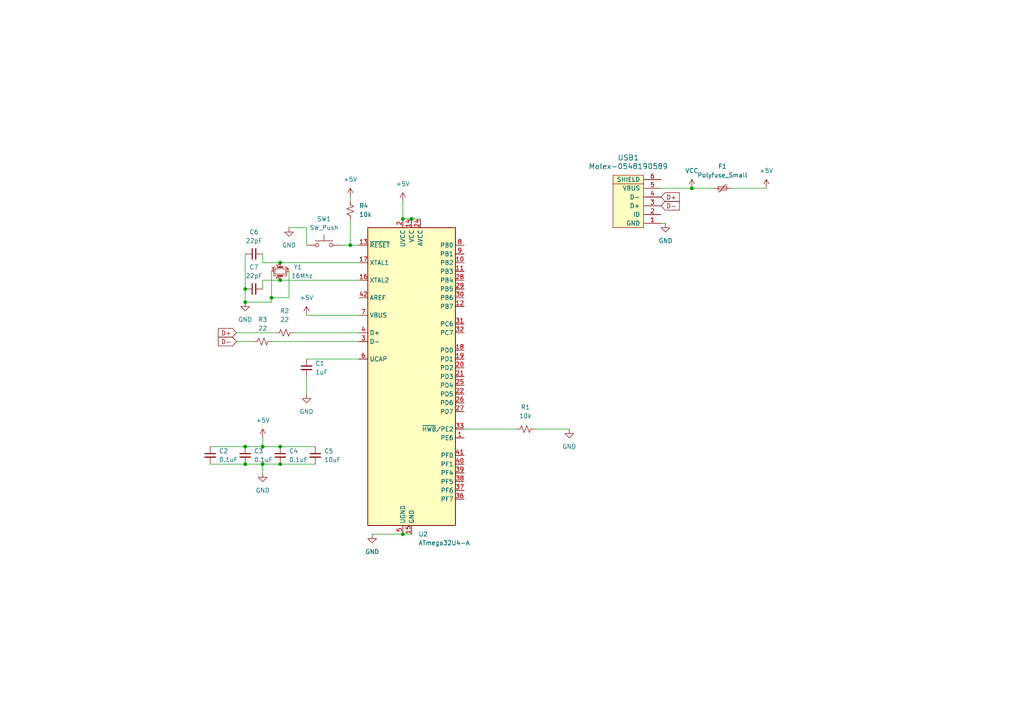
<source format=kicad_sch>
(kicad_sch (version 20230121) (generator eeschema)
  (paper "A4")
  (lib_symbols
    (symbol "Device:C_Small" (pin_numbers hide) (pin_names (offset 0.254) hide)
      (property "Reference" "C" (at 0.254 1.778 0))
      (property "Value" "C_Small" (at 0.254 -2.032 0))
      (symbol "C_Small_0_1"
        (polyline (pts (xy -1.524 -0.508) (xy 1.524 -0.508)) (stroke (width 0.3302)))
        (polyline (pts (xy -1.524 0.508) (xy 1.524 0.508)) (stroke (width 0.3048)))
      )
      (symbol "C_Small_1_1"
        (pin passive line (at 0 2.54 270) (length 2.032) (name "~") (number "1"))
        (pin passive line (at 0 -2.54 90) (length 2.032) (name "~") (number "2"))
      )
    )
    (symbol "Device:Crystal_GND24_Small" (pin_names (offset 1.016) hide)
      (property "Reference" "Y" (at 1.27 4.445 0))
      (property "Value" "Crystal_GND24_Small" (at 1.27 2.54 0))
      (symbol "Crystal_GND24_Small_0_1"
        (rectangle (start -0.762 -1.524) (end 0.762 1.524))
        (polyline (pts (xy -1.27 -0.762) (xy -1.27 0.762)) (stroke (width 0.381)))
        (polyline (pts (xy 1.27 -0.762) (xy 1.27 0.762)) (stroke (width 0.381)))
        (polyline (pts (xy -1.27 -1.27) (xy -1.27 -1.905) (xy 1.27 -1.905) (xy 1.27 -1.27)))
        (polyline (pts (xy -1.27 1.27) (xy -1.27 1.905) (xy 1.27 1.905) (xy 1.27 1.27)))
      )
      (symbol "Crystal_GND24_Small_1_1"
        (pin passive line (at -2.54 0 0) (length 1.27) (name "1") (number "1"))
        (pin passive line (at 0 -2.54 90) (length 0.635) (name "2") (number "2"))
        (pin passive line (at 2.54 0 180) (length 1.27) (name "3") (number "3"))
        (pin passive line (at 0 2.54 270) (length 0.635) (name "4") (number "4"))
      )
    )
    (symbol "Device:Polyfuse_Small" (pin_numbers hide) (pin_names (offset 0))
      (property "Reference" "F" (at -1.905 0 90))
      (property "Value" "Polyfuse_Small" (at 1.905 0 90))
      (symbol "Polyfuse_Small_0_1"
        (rectangle (start -0.508 1.27) (end 0.508 -1.27))
        (polyline (pts (xy 0 2.54) (xy 0 -2.54)))
        (polyline (pts (xy -1.016 1.27) (xy -1.016 0.762) (xy 1.016 -0.762) (xy 1.016 -1.27)))
      )
      (symbol "Polyfuse_Small_1_1"
        (pin passive line (at 0 2.54 270) (length 0.635) (name "~") (number "1"))
        (pin passive line (at 0 -2.54 90) (length 0.635) (name "~") (number "2"))
      )
    )
    (symbol "Device:R_Small_US" (pin_numbers hide) (pin_names (offset 0.254) hide)
      (property "Reference" "R" (at 0.762 0.508 0))
      (property "Value" "R_Small_US" (at 0.762 -1.016 0))
      (symbol "R_Small_US_1_1"
        (polyline (pts (xy 0 0) (xy 1.016 -0.381) (xy 0 -0.762) (xy -1.016 -1.143) (xy 0 -1.524)))
        (polyline (pts (xy 0 1.524) (xy 1.016 1.143) (xy 0 0.762) (xy -1.016 0.381) (xy 0 0)))
        (pin passive line (at 0 2.54 270) (length 1.016) (name "~") (number "1"))
        (pin passive line (at 0 -2.54 90) (length 1.016) (name "~") (number "2"))
      )
    )
    (symbol "MCU_Microchip_ATmega:ATmega32U4-A"
      (property "Reference" "U" (at -12.7 44.45 0))
      (property "Value" "ATmega32U4-A" (at 2.54 -44.45 0))
      (symbol "ATmega32U4-A_0_1"
        (rectangle (start -12.7 -43.18) (end 12.7 43.18) (stroke (width 0.254)) (fill (type background)))
      )
      (symbol "ATmega32U4-A_1_1"
        (pin bidirectional line (at 15.24 -17.78 180) (length 2.54) (name "PE6") (number "1"))
        (pin bidirectional line (at 15.24 33.02 180) (length 2.54) (name "PB2") (number "10"))
        (pin bidirectional line (at 15.24 30.48 180) (length 2.54) (name "PB3") (number "11"))
        (pin bidirectional line (at 15.24 20.32 180) (length 2.54) (name "PB7") (number "12"))
        (pin input line (at -15.24 38.1 0) (length 2.54) (name "~{RESET}") (number "13"))
        (pin power_in line (at 0 45.72 270) (length 2.54) (name "VCC") (number "14"))
        (pin power_in line (at 0 -45.72 90) (length 2.54) (name "GND") (number "15"))
        (pin output line (at -15.24 27.94 0) (length 2.54) (name "XTAL2") (number "16"))
        (pin input line (at -15.24 33.02 0) (length 2.54) (name "XTAL1") (number "17"))
        (pin bidirectional line (at 15.24 7.62 180) (length 2.54) (name "PD0") (number "18"))
        (pin bidirectional line (at 15.24 5.08 180) (length 2.54) (name "PD1") (number "19"))
        (pin power_in line (at -2.54 45.72 270) (length 2.54) (name "UVCC") (number "2"))
        (pin bidirectional line (at 15.24 2.54 180) (length 2.54) (name "PD2") (number "20"))
        (pin bidirectional line (at 15.24 0 180) (length 2.54) (name "PD3") (number "21"))
        (pin bidirectional line (at 15.24 -5.08 180) (length 2.54) (name "PD5") (number "22"))
        (pin passive line (at 0 -45.72 90) (length 2.54) hide (name "GND") (number "23"))
        (pin power_in line (at 2.54 45.72 270) (length 2.54) (name "AVCC") (number "24"))
        (pin bidirectional line (at 15.24 -2.54 180) (length 2.54) (name "PD4") (number "25"))
        (pin bidirectional line (at 15.24 -7.62 180) (length 2.54) (name "PD6") (number "26"))
        (pin bidirectional line (at 15.24 -10.16 180) (length 2.54) (name "PD7") (number "27"))
        (pin bidirectional line (at 15.24 27.94 180) (length 2.54) (name "PB4") (number "28"))
        (pin bidirectional line (at 15.24 25.4 180) (length 2.54) (name "PB5") (number "29"))
        (pin bidirectional line (at -15.24 10.16 0) (length 2.54) (name "D-") (number "3"))
        (pin bidirectional line (at 15.24 22.86 180) (length 2.54) (name "PB6") (number "30"))
        (pin bidirectional line (at 15.24 15.24 180) (length 2.54) (name "PC6") (number "31"))
        (pin bidirectional line (at 15.24 12.7 180) (length 2.54) (name "PC7") (number "32"))
        (pin bidirectional line (at 15.24 -15.24 180) (length 2.54) (name "~{HWB}/PE2") (number "33"))
        (pin passive line (at 0 45.72 270) (length 2.54) hide (name "VCC") (number "34"))
        (pin passive line (at 0 -45.72 90) (length 2.54) hide (name "GND") (number "35"))
        (pin bidirectional line (at 15.24 -35.56 180) (length 2.54) (name "PF7") (number "36"))
        (pin bidirectional line (at 15.24 -33.02 180) (length 2.54) (name "PF6") (number "37"))
        (pin bidirectional line (at 15.24 -30.48 180) (length 2.54) (name "PF5") (number "38"))
        (pin bidirectional line (at 15.24 -27.94 180) (length 2.54) (name "PF4") (number "39"))
        (pin bidirectional line (at -15.24 12.7 0) (length 2.54) (name "D+") (number "4"))
        (pin bidirectional line (at 15.24 -25.4 180) (length 2.54) (name "PF1") (number "40"))
        (pin bidirectional line (at 15.24 -22.86 180) (length 2.54) (name "PF0") (number "41"))
        (pin passive line (at -15.24 22.86 0) (length 2.54) (name "AREF") (number "42"))
        (pin passive line (at 0 -45.72 90) (length 2.54) hide (name "GND") (number "43"))
        (pin passive line (at 2.54 45.72 270) (length 2.54) hide (name "AVCC") (number "44"))
        (pin passive line (at -2.54 -45.72 90) (length 2.54) (name "UGND") (number "5"))
        (pin passive line (at -15.24 5.08 0) (length 2.54) (name "UCAP") (number "6"))
        (pin input line (at -15.24 17.78 0) (length 2.54) (name "VBUS") (number "7"))
        (pin bidirectional line (at 15.24 38.1 180) (length 2.54) (name "PB0") (number "8"))
        (pin bidirectional line (at 15.24 35.56 180) (length 2.54) (name "PB1") (number "9"))
      )
    )
    (symbol "Switch:SW_Push" (pin_numbers hide) (pin_names (offset 1.016) hide)
      (property "Reference" "SW" (at 1.27 2.54 0))
      (property "Value" "SW_Push" (at 0 -1.524 0))
      (symbol "SW_Push_0_1"
        (circle (center -2.032 0) (radius 0.508))
        (polyline (pts (xy 0 1.27) (xy 0 3.048)))
        (polyline (pts (xy 2.54 1.27) (xy -2.54 1.27)))
        (circle (center 2.032 0) (radius 0.508))
        (pin passive line (at -5.08 0 0) (length 2.54) (name "1") (number "1"))
        (pin passive line (at 5.08 0 180) (length 2.54) (name "2") (number "2"))
      )
    )
    (symbol "power:+5V" (power) (pin_names (offset 0))
      (property "Value" "+5V" (at 0 3.556 0))
      (symbol "+5V_0_1"
        (polyline (pts (xy -0.762 1.27) (xy 0 2.54)))
        (polyline (pts (xy 0 0) (xy 0 2.54)))
        (polyline (pts (xy 0 2.54) (xy 0.762 1.27)))
      )
      (symbol "+5V_1_1"
        (pin power_in line (at 0 0 90) (length 0) hide (name "+5V") (number "1"))
      )
    )
    (symbol "power:GND" (power) (pin_names (offset 0))
      (property "Value" "GND" (at 0 -3.81 0))
      (symbol "GND_0_1"
        (polyline (pts (xy 0 0) (xy 0 -1.27) (xy 1.27 -1.27) (xy 0 -2.54) (xy -1.27 -1.27) (xy 0 -1.27)))
      )
      (symbol "GND_1_1"
        (pin power_in line (at 0 0 270) (length 0) hide (name "GND") (number "1"))
      )
    )
    (symbol "power:VCC" (power) (pin_names (offset 0))
      (property "Value" "VCC" (at 0 3.81 0))
      (symbol "VCC_0_1"
        (polyline (pts (xy -0.762 1.27) (xy 0 2.54)))
        (polyline (pts (xy 0 0) (xy 0 2.54)))
        (polyline (pts (xy 0 2.54) (xy 0.762 1.27)))
      )
      (symbol "VCC_1_1"
        (pin power_in line (at 0 0 90) (length 0) hide (name "VCC") (number "1"))
      )
    )
    (symbol "random-keyboard-parts:Molex-0548190589" (pin_names (offset 1.016))
      (property "Reference" "USB" (at 0 7.62 0))
      (property "Value" "Molex-0548190589" (at 0 10.16 0))
      (symbol "Molex-0548190589_0_0"
        (polyline (pts (xy 6.35 -2.54) (xy 6.35 6.35)))
        (rectangle (start 8.89 -2.54) (end -6.35 6.35) (fill (type background)))
      )
      (symbol "Molex-0548190589_1_1"
        (pin input line (at -5.08 -7.62 90) (length 5.08) (name "GND") (number "1"))
        (pin input line (at -2.54 -7.62 90) (length 5.08) (name "ID") (number "2"))
        (pin input line (at 0 -7.62 90) (length 5.08) (name "D+") (number "3"))
        (pin input line (at 2.54 -7.62 90) (length 5.08) (name "D-") (number "4"))
        (pin input line (at 5.08 -7.62 90) (length 5.08) (name "VBUS") (number "5"))
        (pin input line (at 7.62 -7.62 90) (length 5.08) (name "SHIELD") (number "6"))
      )
    )
  )
  (junction (at 81.28 134.62))
  (junction (at 101.6 71.12))
  (junction (at 76.2 134.62))
  (junction (at 119.38 63.5))
  (junction (at 71.12 83.82))
  (junction (at 71.12 129.54))
  (junction (at 81.28 129.54))
  (junction (at 200.66 54.61))
  (junction (at 76.2 129.54))
  (junction (at 116.84 154.94))
  (junction (at 81.28 76.2))
  (junction (at 71.12 134.62))
  (junction (at 71.12 87.63))
  (junction (at 81.28 81.28))
  (junction (at 116.84 63.5))
  (junction (at 78.74 86.36))
  (wire (pts (xy 60.96 134.62) (xy 71.12 134.62)))
  (wire (pts (xy 119.38 63.5) (xy 121.92 63.5)))
  (wire (pts (xy 99.06 71.12) (xy 101.6 71.12)))
  (wire (pts (xy 76.2 127) (xy 76.2 129.54)))
  (wire (pts (xy 81.28 76.2) (xy 76.2 76.2)))
  (wire (pts (xy 200.66 54.61) (xy 207.01 54.61)))
  (wire (pts (xy 71.12 83.82) (xy 71.12 87.63)))
  (wire (pts (xy 83.82 66.04) (xy 88.9 66.04)))
  (wire (pts (xy 68.58 99.06) (xy 73.66 99.06)))
  (wire (pts (xy 76.2 81.28) (xy 76.2 83.82)))
  (wire (pts (xy 76.2 76.2) (xy 76.2 73.66)))
  (wire (pts (xy 83.82 78.74) (xy 83.82 86.36)))
  (wire (pts (xy 81.28 134.62) (xy 91.44 134.62)))
  (wire (pts (xy 88.9 91.44) (xy 104.14 91.44)))
  (wire (pts (xy 191.77 54.61) (xy 200.66 54.61)))
  (wire (pts (xy 71.12 129.54) (xy 76.2 129.54)))
  (wire (pts (xy 88.9 104.14) (xy 104.14 104.14)))
  (wire (pts (xy 154.94 124.46) (xy 165.1 124.46)))
  (wire (pts (xy 101.6 71.12) (xy 104.14 71.12)))
  (wire (pts (xy 134.62 124.46) (xy 149.86 124.46)))
  (wire (pts (xy 101.6 57.15) (xy 101.6 58.42)))
  (wire (pts (xy 85.09 96.52) (xy 104.14 96.52)))
  (wire (pts (xy 60.96 129.54) (xy 71.12 129.54)))
  (wire (pts (xy 83.82 86.36) (xy 78.74 86.36)))
  (wire (pts (xy 81.28 81.28) (xy 76.2 81.28)))
  (wire (pts (xy 107.95 154.94) (xy 116.84 154.94)))
  (wire (pts (xy 101.6 63.5) (xy 101.6 71.12)))
  (wire (pts (xy 116.84 58.42) (xy 116.84 63.5)))
  (wire (pts (xy 68.58 96.52) (xy 80.01 96.52)))
  (wire (pts (xy 81.28 81.28) (xy 104.14 81.28)))
  (wire (pts (xy 116.84 154.94) (xy 119.38 154.94)))
  (wire (pts (xy 116.84 63.5) (xy 119.38 63.5)))
  (wire (pts (xy 76.2 134.62) (xy 76.2 137.16)))
  (wire (pts (xy 88.9 71.12) (xy 88.9 66.04)))
  (wire (pts (xy 81.28 76.2) (xy 104.14 76.2)))
  (wire (pts (xy 71.12 134.62) (xy 76.2 134.62)))
  (wire (pts (xy 88.9 109.22) (xy 88.9 114.3)))
  (wire (pts (xy 212.09 54.61) (xy 222.25 54.61)))
  (wire (pts (xy 71.12 73.66) (xy 71.12 83.82)))
  (wire (pts (xy 76.2 134.62) (xy 81.28 134.62)))
  (wire (pts (xy 78.74 86.36) (xy 78.74 87.63)))
  (wire (pts (xy 78.74 87.63) (xy 71.12 87.63)))
  (wire (pts (xy 78.74 99.06) (xy 104.14 99.06)))
  (wire (pts (xy 76.2 129.54) (xy 81.28 129.54)))
  (wire (pts (xy 191.77 64.77) (xy 193.04 64.77)))
  (wire (pts (xy 78.74 78.74) (xy 78.74 86.36)))
  (wire (pts (xy 81.28 129.54) (xy 91.44 129.54)))
  (global_label "D-" (shape input) (at 191.77 59.69 0) (property "Intersheetrefs" "${INTERSHEET_REFS}" (effects hide)))
  (global_label "D+" (shape input) (at 68.58 96.52 180) (property "Intersheetrefs" "${INTERSHEET_REFS}" (effects hide)))
  (global_label "D+" (shape input) (at 191.77 57.15 0) (property "Intersheetrefs" "${INTERSHEET_REFS}" (effects hide)))
  (global_label "D-" (shape input) (at 68.58 99.06 180) (property "Intersheetrefs" "${INTERSHEET_REFS}" (effects hide)))
  (symbol (lib_id "power:GND") (at 83.82 66.04 0) (unit 1)
    (property "Reference" "#PWR09" (effects hide))
    (property "Value" "GND" (at 83.82 71.12 0))
  )
  (symbol (lib_id "power:GND") (at 193.04 64.77 0) (unit 1)
    (property "Reference" "#PWR011" (effects hide))
    (property "Value" "GND" (at 193.04 69.85 0))
  )
  (symbol (lib_id "Device:R_Small_US") (at 82.55 96.52 90) (unit 1)
    (property "Reference" "R2" (at 82.55 90.17 90))
    (property "Value" "22" (at 82.55 92.71 90))
  )
  (symbol (lib_id "Device:R_Small_US") (at 76.2 99.06 90) (unit 1)
    (property "Reference" "R3" (at 76.2 92.71 90))
    (property "Value" "22" (at 76.2 95.25 90))
  )
  (symbol (lib_id "power:+5V") (at 116.84 58.42 0) (unit 1)
    (property "Reference" "#PWR01" (effects hide))
    (property "Value" "+5V" (at 116.84 53.34 0))
  )
  (symbol (lib_id "power:GND") (at 107.95 154.94 0) (unit 1)
    (property "Reference" "#PWR02" (effects hide))
    (property "Value" "GND" (at 107.95 160.02 0))
  )
  (symbol (lib_id "Device:R_Small_US") (at 152.4 124.46 90) (unit 1)
    (property "Reference" "R1" (at 152.4 118.11 90))
    (property "Value" "10k" (at 152.4 120.65 90))
  )
  (symbol (lib_id "Switch:SW_Push") (at 93.98 71.12 0) (unit 1)
    (property "Reference" "SW1" (at 93.98 63.5 0))
    (property "Value" "SW_Push" (at 93.98 66.04 0))
  )
  (symbol (lib_id "Device:C_Small") (at 73.66 73.66 90) (unit 1)
    (property "Reference" "C6" (at 73.6663 67.31 90))
    (property "Value" "22pF" (at 73.6663 69.85 90))
  )
  (symbol (lib_id "Device:C_Small") (at 81.28 132.08 0) (unit 1)
    (property "Reference" "C4" (at 83.82 130.8163 0) (effects (justify left)))
    (property "Value" "0.1uF" (at 83.82 133.3563 0) (effects (justify left)))
  )
  (symbol (lib_id "power:+5V") (at 76.2 127 0) (unit 1)
    (property "Reference" "#PWR05" (effects hide))
    (property "Value" "+5V" (at 76.2 121.92 0))
  )
  (symbol (lib_id "Device:Crystal_GND24_Small") (at 81.28 78.74 270) (unit 1)
    (property "Reference" "Y1" (at 86.36 77.47 90))
    (property "Value" "16Mhz" (at 87.63 80.01 90))
  )
  (symbol (lib_id "random-keyboard-parts:Molex-0548190589") (at 184.15 59.69 90) (unit 1)
    (property "Reference" "USB1" (at 182.245 45.72 90) (effects (font (size 1.524 1.524))))
    (property "Value" "Molex-0548190589" (at 182.245 48.26 90) (effects (font (size 1.524 1.524))))
  )
  (symbol (lib_id "Device:C_Small") (at 88.9 106.68 0) (unit 1)
    (property "Reference" "C1" (at 91.44 105.4163 0) (effects (justify left)))
    (property "Value" "1uF" (at 91.44 107.9563 0) (effects (justify left)))
  )
  (symbol (lib_id "Device:C_Small") (at 91.44 132.08 0) (unit 1)
    (property "Reference" "C5" (at 93.98 130.8163 0) (effects (justify left)))
    (property "Value" "10uF" (at 93.98 133.3563 0) (effects (justify left)))
  )
  (symbol (lib_id "power:GND") (at 165.1 124.46 0) (unit 1)
    (property "Reference" "#PWR03" (effects hide))
    (property "Value" "GND" (at 165.1 129.54 0))
  )
  (symbol (lib_id "Device:C_Small") (at 73.66 83.82 90) (unit 1)
    (property "Reference" "C7" (at 73.6663 77.47 90))
    (property "Value" "22pF" (at 73.66 80.01 90))
  )
  (symbol (lib_id "Device:Polyfuse_Small") (at 209.55 54.61 90) (unit 1)
    (property "Reference" "F1" (at 209.55 48.26 90))
    (property "Value" "Polyfuse_Small" (at 209.55 50.8 90))
  )
  (symbol (lib_id "Device:C_Small") (at 60.96 132.08 0) (unit 1)
    (property "Reference" "C2" (at 63.5 130.8163 0) (effects (justify left)))
    (property "Value" "0.1uF" (at 63.5 133.3563 0) (effects (justify left)))
  )
  (symbol (lib_id "Device:R_Small_US") (at 101.6 60.96 0) (unit 1)
    (property "Reference" "R4" (at 104.14 59.69 0) (effects (justify left)))
    (property "Value" "10k" (at 104.14 62.23 0) (effects (justify left)))
  )
  (symbol (lib_id "power:GND") (at 88.9 114.3 0) (unit 1)
    (property "Reference" "#PWR04" (effects hide))
    (property "Value" "GND" (at 88.9 119.38 0))
  )
  (symbol (lib_id "power:VCC") (at 200.66 54.61 0) (unit 1)
    (property "Reference" "#PWR012" (effects hide))
    (property "Value" "VCC" (at 200.66 49.53 0))
  )
  (symbol (lib_id "Device:C_Small") (at 71.12 132.08 0) (unit 1)
    (property "Reference" "C3" (at 73.66 130.8163 0) (effects (justify left)))
    (property "Value" "0.1uF" (at 73.66 133.3563 0) (effects (justify left)))
  )
  (symbol (lib_id "power:+5V") (at 101.6 57.15 0) (unit 1)
    (property "Reference" "#PWR010" (effects hide))
    (property "Value" "+5V" (at 101.6 52.07 0))
  )
  (symbol (lib_id "MCU_Microchip_ATmega:ATmega32U4-A") (at 119.38 109.22 0) (unit 1)
    (property "Reference" "U2" (at 121.3359 154.94 0) (effects (justify left)))
    (property "Value" "ATmega32U4-A" (at 121.3359 157.48 0) (effects (justify left)))
    (property "Footprint" "Package_QFP:TQFP-44_10x10mm_P0.8mm" (effects hide))
    (property "Datasheet" "http://ww1.microchip.com/downloads/en/DeviceDoc/Atmel-7766-8-bit-AVR-ATmega16U4-32U4_Datasheet.pdf" (effects hide))
  )
  (symbol (lib_id "power:+5V") (at 222.25 54.61 0) (unit 1)
    (property "Reference" "#PWR013" (effects hide))
    (property "Value" "+5V" (at 222.25 49.53 0))
  )
  (symbol (lib_id "power:GND") (at 76.2 137.16 0) (unit 1)
    (property "Reference" "#PWR06" (effects hide))
    (property "Value" "GND" (at 76.2 142.24 0))
  )
  (symbol (lib_id "power:+5V") (at 88.9 91.44 0) (unit 1)
    (property "Reference" "#PWR07" (effects hide))
    (property "Value" "+5V" (at 88.9 86.36 0))
  )
  (symbol (lib_id "power:GND") (at 71.12 87.63 0) (unit 1)
    (property "Reference" "#PWR08" (effects hide))
    (property "Value" "GND" (at 71.12 92.71 0))
  )
)
</source>
